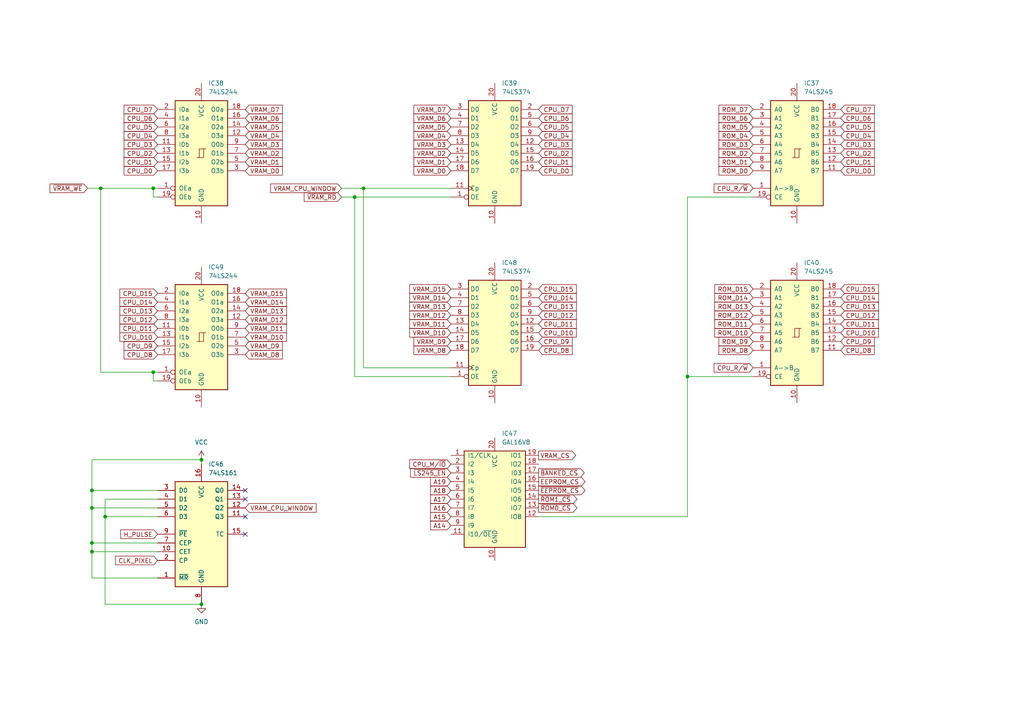
<source format=kicad_sch>
(kicad_sch (version 20230121) (generator eeschema)
  (paper "A4")
  (lib_symbols
    (symbol "74xx:74LS161" (pin_names (offset 1.016))
      (property "Reference" "U" (at -7.62 16.51 0))
      (property "Value" "74LS161" (at -7.62 -16.51 0))
      (symbol "74LS161_1_0"
        (pin input line (at -12.7 -12.7 0) (length 5.08) (name "~{MR}") (number "1"))
        (pin input line (at -12.7 -5.08 0) (length 5.08) (name "CET") (number "10"))
        (pin output line (at 12.7 5.08 180) (length 5.08) (name "Q3") (number "11"))
        (pin output line (at 12.7 7.62 180) (length 5.08) (name "Q2") (number "12"))
        (pin output line (at 12.7 10.16 180) (length 5.08) (name "Q1") (number "13"))
        (pin output line (at 12.7 12.7 180) (length 5.08) (name "Q0") (number "14"))
        (pin output line (at 12.7 0 180) (length 5.08) (name "TC") (number "15"))
        (pin power_in line (at 0 20.32 270) (length 5.08) (name "VCC") (number "16"))
        (pin input line (at -12.7 -7.62 0) (length 5.08) (name "CP") (number "2"))
        (pin input line (at -12.7 12.7 0) (length 5.08) (name "D0") (number "3"))
        (pin input line (at -12.7 10.16 0) (length 5.08) (name "D1") (number "4"))
        (pin input line (at -12.7 7.62 0) (length 5.08) (name "D2") (number "5"))
        (pin input line (at -12.7 5.08 0) (length 5.08) (name "D3") (number "6"))
        (pin input line (at -12.7 -2.54 0) (length 5.08) (name "CEP") (number "7"))
        (pin power_in line (at 0 -20.32 90) (length 5.08) (name "GND") (number "8"))
        (pin input line (at -12.7 0 0) (length 5.08) (name "~{PE}") (number "9"))
      )
      (symbol "74LS161_1_1"
        (rectangle (start -7.62 15.24) (end 7.62 -15.24) (stroke (width 0.254)) (fill (type background)))
      )
    )
    (symbol "74xx:74LS244" (pin_names (offset 1.016))
      (property "Reference" "U" (at -7.62 16.51 0))
      (property "Value" "74LS244" (at -7.62 -16.51 0))
      (symbol "74LS244_1_0"
        (polyline (pts (xy -0.635 -1.27) (xy -0.635 1.27) (xy 0.635 1.27)))
        (polyline (pts (xy -1.27 -1.27) (xy 0.635 -1.27) (xy 0.635 1.27) (xy 1.27 1.27)))
        (pin input inverted (at -12.7 -10.16 0) (length 5.08) (name "OEa") (number "1"))
        (pin power_in line (at 0 -20.32 90) (length 5.08) (name "GND") (number "10"))
        (pin input line (at -12.7 2.54 0) (length 5.08) (name "I0b") (number "11"))
        (pin tri_state line (at 12.7 5.08 180) (length 5.08) (name "O3a") (number "12"))
        (pin input line (at -12.7 0 0) (length 5.08) (name "I1b") (number "13"))
        (pin tri_state line (at 12.7 7.62 180) (length 5.08) (name "O2a") (number "14"))
        (pin input line (at -12.7 -2.54 0) (length 5.08) (name "I2b") (number "15"))
        (pin tri_state line (at 12.7 10.16 180) (length 5.08) (name "O1a") (number "16"))
        (pin input line (at -12.7 -5.08 0) (length 5.08) (name "I3b") (number "17"))
        (pin tri_state line (at 12.7 12.7 180) (length 5.08) (name "O0a") (number "18"))
        (pin input inverted (at -12.7 -12.7 0) (length 5.08) (name "OEb") (number "19"))
        (pin input line (at -12.7 12.7 0) (length 5.08) (name "I0a") (number "2"))
        (pin power_in line (at 0 20.32 270) (length 5.08) (name "VCC") (number "20"))
        (pin tri_state line (at 12.7 -5.08 180) (length 5.08) (name "O3b") (number "3"))
        (pin input line (at -12.7 10.16 0) (length 5.08) (name "I1a") (number "4"))
        (pin tri_state line (at 12.7 -2.54 180) (length 5.08) (name "O2b") (number "5"))
        (pin input line (at -12.7 7.62 0) (length 5.08) (name "I2a") (number "6"))
        (pin tri_state line (at 12.7 0 180) (length 5.08) (name "O1b") (number "7"))
        (pin input line (at -12.7 5.08 0) (length 5.08) (name "I3a") (number "8"))
        (pin tri_state line (at 12.7 2.54 180) (length 5.08) (name "O0b") (number "9"))
      )
      (symbol "74LS244_1_1"
        (rectangle (start -7.62 15.24) (end 7.62 -15.24) (stroke (width 0.254)) (fill (type background)))
      )
    )
    (symbol "74xx:74LS245" (pin_names (offset 1.016))
      (property "Reference" "U" (at -7.62 16.51 0))
      (property "Value" "74LS245" (at -7.62 -16.51 0))
      (symbol "74LS245_1_0"
        (polyline (pts (xy -0.635 -1.27) (xy -0.635 1.27) (xy 0.635 1.27)))
        (polyline (pts (xy -1.27 -1.27) (xy 0.635 -1.27) (xy 0.635 1.27) (xy 1.27 1.27)))
        (pin input line (at -12.7 -10.16 0) (length 5.08) (name "A->B") (number "1"))
        (pin power_in line (at 0 -20.32 90) (length 5.08) (name "GND") (number "10"))
        (pin tri_state line (at 12.7 -5.08 180) (length 5.08) (name "B7") (number "11"))
        (pin tri_state line (at 12.7 -2.54 180) (length 5.08) (name "B6") (number "12"))
        (pin tri_state line (at 12.7 0 180) (length 5.08) (name "B5") (number "13"))
        (pin tri_state line (at 12.7 2.54 180) (length 5.08) (name "B4") (number "14"))
        (pin tri_state line (at 12.7 5.08 180) (length 5.08) (name "B3") (number "15"))
        (pin tri_state line (at 12.7 7.62 180) (length 5.08) (name "B2") (number "16"))
        (pin tri_state line (at 12.7 10.16 180) (length 5.08) (name "B1") (number "17"))
        (pin tri_state line (at 12.7 12.7 180) (length 5.08) (name "B0") (number "18"))
        (pin input inverted (at -12.7 -12.7 0) (length 5.08) (name "CE") (number "19"))
        (pin tri_state line (at -12.7 12.7 0) (length 5.08) (name "A0") (number "2"))
        (pin power_in line (at 0 20.32 270) (length 5.08) (name "VCC") (number "20"))
        (pin tri_state line (at -12.7 10.16 0) (length 5.08) (name "A1") (number "3"))
        (pin tri_state line (at -12.7 7.62 0) (length 5.08) (name "A2") (number "4"))
        (pin tri_state line (at -12.7 5.08 0) (length 5.08) (name "A3") (number "5"))
        (pin tri_state line (at -12.7 2.54 0) (length 5.08) (name "A4") (number "6"))
        (pin tri_state line (at -12.7 0 0) (length 5.08) (name "A5") (number "7"))
        (pin tri_state line (at -12.7 -2.54 0) (length 5.08) (name "A6") (number "8"))
        (pin tri_state line (at -12.7 -5.08 0) (length 5.08) (name "A7") (number "9"))
      )
      (symbol "74LS245_1_1"
        (rectangle (start -7.62 15.24) (end 7.62 -15.24) (stroke (width 0.254)) (fill (type background)))
      )
    )
    (symbol "74xx:74LS374"
      (property "Reference" "U" (at -7.62 16.51 0))
      (property "Value" "74LS374" (at -7.62 -16.51 0))
      (symbol "74LS374_1_0"
        (pin input inverted (at -12.7 -12.7 0) (length 5.08) (name "OE") (number "1"))
        (pin power_in line (at 0 -20.32 90) (length 5.08) (name "GND") (number "10"))
        (pin input clock (at -12.7 -10.16 0) (length 5.08) (name "Cp") (number "11"))
        (pin tri_state line (at 12.7 2.54 180) (length 5.08) (name "O4") (number "12"))
        (pin input line (at -12.7 2.54 0) (length 5.08) (name "D4") (number "13"))
        (pin input line (at -12.7 0 0) (length 5.08) (name "D5") (number "14"))
        (pin tri_state line (at 12.7 0 180) (length 5.08) (name "O5") (number "15"))
        (pin tri_state line (at 12.7 -2.54 180) (length 5.08) (name "O6") (number "16"))
        (pin input line (at -12.7 -2.54 0) (length 5.08) (name "D6") (number "17"))
        (pin input line (at -12.7 -5.08 0) (length 5.08) (name "D7") (number "18"))
        (pin tri_state line (at 12.7 -5.08 180) (length 5.08) (name "O7") (number "19"))
        (pin tri_state line (at 12.7 12.7 180) (length 5.08) (name "O0") (number "2"))
        (pin power_in line (at 0 20.32 270) (length 5.08) (name "VCC") (number "20"))
        (pin input line (at -12.7 12.7 0) (length 5.08) (name "D0") (number "3"))
        (pin input line (at -12.7 10.16 0) (length 5.08) (name "D1") (number "4"))
        (pin tri_state line (at 12.7 10.16 180) (length 5.08) (name "O1") (number "5"))
        (pin tri_state line (at 12.7 7.62 180) (length 5.08) (name "O2") (number "6"))
        (pin input line (at -12.7 7.62 0) (length 5.08) (name "D2") (number "7"))
        (pin input line (at -12.7 5.08 0) (length 5.08) (name "D3") (number "8"))
        (pin tri_state line (at 12.7 5.08 180) (length 5.08) (name "O3") (number "9"))
      )
      (symbol "74LS374_1_1"
        (rectangle (start -7.62 15.24) (end 7.62 -15.24) (stroke (width 0.254)) (fill (type background)))
      )
    )
    (symbol "Logic_Programmable:GAL16V8" (pin_names (offset 1.016))
      (property "Reference" "U" (at -8.89 16.51 0))
      (property "Value" "GAL16V8" (at 1.27 16.51 0))
      (symbol "GAL16V8_0_0"
        (pin power_in line (at 0 -17.78 90) (length 3.81) (name "GND") (number "10"))
        (pin power_in line (at 0 17.78 270) (length 3.81) (name "VCC") (number "20"))
      )
      (symbol "GAL16V8_0_1"
        (rectangle (start -8.89 13.97) (end 8.89 -13.97) (stroke (width 0.254)) (fill (type background)))
      )
      (symbol "GAL16V8_1_1"
        (pin input line (at -12.7 12.7 0) (length 3.81) (name "I1/CLK") (number "1"))
        (pin input line (at -12.7 -10.16 0) (length 3.81) (name "I10/~{OE}") (number "11"))
        (pin tri_state line (at 12.7 -5.08 180) (length 3.81) (name "IO8") (number "12"))
        (pin tri_state line (at 12.7 -2.54 180) (length 3.81) (name "IO7") (number "13"))
        (pin tri_state line (at 12.7 0 180) (length 3.81) (name "IO6") (number "14"))
        (pin tri_state line (at 12.7 2.54 180) (length 3.81) (name "IO5") (number "15"))
        (pin tri_state line (at 12.7 5.08 180) (length 3.81) (name "IO4") (number "16"))
        (pin tri_state line (at 12.7 7.62 180) (length 3.81) (name "I03") (number "17"))
        (pin tri_state line (at 12.7 10.16 180) (length 3.81) (name "IO2") (number "18"))
        (pin tri_state line (at 12.7 12.7 180) (length 3.81) (name "IO1") (number "19"))
        (pin input line (at -12.7 10.16 0) (length 3.81) (name "I2") (number "2"))
        (pin input line (at -12.7 7.62 0) (length 3.81) (name "I3") (number "3"))
        (pin input line (at -12.7 5.08 0) (length 3.81) (name "I4") (number "4"))
        (pin input line (at -12.7 2.54 0) (length 3.81) (name "I5") (number "5"))
        (pin input line (at -12.7 0 0) (length 3.81) (name "I6") (number "6"))
        (pin input line (at -12.7 -2.54 0) (length 3.81) (name "I7") (number "7"))
        (pin input line (at -12.7 -5.08 0) (length 3.81) (name "I8") (number "8"))
        (pin input line (at -12.7 -7.62 0) (length 3.81) (name "I9") (number "9"))
      )
    )
    (symbol "power:GND" (power) (pin_names (offset 0))
      (property "Value" "GND" (at 0 -3.81 0))
      (symbol "GND_0_1"
        (polyline (pts (xy 0 0) (xy 0 -1.27) (xy 1.27 -1.27) (xy 0 -2.54) (xy -1.27 -1.27) (xy 0 -1.27)))
      )
      (symbol "GND_1_1"
        (pin power_in line (at 0 0 270) (length 0) hide (name "GND") (number "1"))
      )
    )
    (symbol "power:VCC" (power) (pin_names (offset 0))
      (property "Value" "VCC" (at 0 3.81 0))
      (symbol "VCC_0_1"
        (polyline (pts (xy -0.762 1.27) (xy 0 2.54)))
        (polyline (pts (xy 0 0) (xy 0 2.54)))
        (polyline (pts (xy 0 2.54) (xy 0.762 1.27)))
      )
      (symbol "VCC_1_1"
        (pin power_in line (at 0 0 90) (length 0) hide (name "VCC") (number "1"))
      )
    )
  )
  (junction (at 44.45 54.61))
  (junction (at 105.41 54.61))
  (junction (at 199.39 109.22))
  (junction (at 58.42 175.26))
  (junction (at 30.48 149.86))
  (junction (at 44.45 107.95))
  (junction (at 26.67 147.32))
  (junction (at 26.67 157.48))
  (junction (at 29.21 54.61))
  (junction (at 102.87 57.15))
  (junction (at 58.42 133.35))
  (junction (at 26.67 160.02))
  (junction (at 26.67 142.24))
  (no_connect (at 71.12 142.24))
  (no_connect (at 71.12 154.94))
  (no_connect (at 71.12 144.78))
  (no_connect (at 71.12 149.86))
  (wire (pts (xy 44.45 57.15) (xy 44.45 54.61)))
  (wire (pts (xy 99.06 54.61) (xy 105.41 54.61)))
  (wire (pts (xy 130.81 54.61) (xy 105.41 54.61)))
  (wire (pts (xy 45.72 110.49) (xy 44.45 110.49)))
  (wire (pts (xy 26.67 160.02) (xy 26.67 157.48)))
  (wire (pts (xy 99.06 57.15) (xy 102.87 57.15)))
  (wire (pts (xy 30.48 175.26) (xy 58.42 175.26)))
  (wire (pts (xy 29.21 107.95) (xy 29.21 54.61)))
  (wire (pts (xy 26.67 167.64) (xy 26.67 160.02)))
  (wire (pts (xy 26.67 147.32) (xy 45.72 147.32)))
  (wire (pts (xy 26.67 157.48) (xy 26.67 147.32)))
  (wire (pts (xy 199.39 57.15) (xy 199.39 109.22)))
  (wire (pts (xy 102.87 109.22) (xy 102.87 57.15)))
  (wire (pts (xy 45.72 107.95) (xy 44.45 107.95)))
  (wire (pts (xy 30.48 144.78) (xy 30.48 149.86)))
  (wire (pts (xy 25.4 54.61) (xy 29.21 54.61)))
  (wire (pts (xy 30.48 149.86) (xy 45.72 149.86)))
  (wire (pts (xy 26.67 142.24) (xy 45.72 142.24)))
  (wire (pts (xy 105.41 54.61) (xy 105.41 106.68)))
  (wire (pts (xy 58.42 134.62) (xy 58.42 133.35)))
  (wire (pts (xy 45.72 167.64) (xy 26.67 167.64)))
  (wire (pts (xy 102.87 57.15) (xy 130.81 57.15)))
  (wire (pts (xy 44.45 110.49) (xy 44.45 107.95)))
  (wire (pts (xy 30.48 149.86) (xy 30.48 175.26)))
  (wire (pts (xy 45.72 144.78) (xy 30.48 144.78)))
  (wire (pts (xy 26.67 157.48) (xy 45.72 157.48)))
  (wire (pts (xy 130.81 109.22) (xy 102.87 109.22)))
  (wire (pts (xy 44.45 54.61) (xy 45.72 54.61)))
  (wire (pts (xy 45.72 57.15) (xy 44.45 57.15)))
  (wire (pts (xy 58.42 133.35) (xy 26.67 133.35)))
  (wire (pts (xy 29.21 54.61) (xy 44.45 54.61)))
  (wire (pts (xy 26.67 160.02) (xy 45.72 160.02)))
  (wire (pts (xy 26.67 147.32) (xy 26.67 142.24)))
  (wire (pts (xy 156.21 149.86) (xy 199.39 149.86)))
  (wire (pts (xy 199.39 109.22) (xy 218.44 109.22)))
  (wire (pts (xy 26.67 133.35) (xy 26.67 142.24)))
  (wire (pts (xy 105.41 106.68) (xy 130.81 106.68)))
  (wire (pts (xy 199.39 109.22) (xy 199.39 149.86)))
  (wire (pts (xy 218.44 57.15) (xy 199.39 57.15)))
  (wire (pts (xy 44.45 107.95) (xy 29.21 107.95)))
  (global_label "ROM_D5" (shape input) (at 218.44 36.83 180) (property "Intersheetrefs" "${INTERSHEET_REFS}" (effects hide)))
  (global_label "~{VRAM_RD}" (shape input) (at 99.06 57.15 180) (property "Intersheetrefs" "${INTERSHEET_REFS}" (effects hide)))
  (global_label "ROM_D13" (shape input) (at 218.44 88.9 180) (property "Intersheetrefs" "${INTERSHEET_REFS}" (effects hide)))
  (global_label "A18" (shape input) (at 130.81 142.24 180) (property "Intersheetrefs" "${INTERSHEET_REFS}" (effects hide)))
  (global_label "CPU_R{slash}~{W}" (shape input) (at 218.44 106.68 180) (property "Intersheetrefs" "${INTERSHEET_REFS}" (effects hide)))
  (global_label "A17" (shape input) (at 130.81 144.78 180) (property "Intersheetrefs" "${INTERSHEET_REFS}" (effects hide)))
  (global_label "ROM_D0" (shape input) (at 218.44 49.53 180) (property "Intersheetrefs" "${INTERSHEET_REFS}" (effects hide)))
  (global_label "CPU_D9" (shape input) (at 156.21 99.06 0) (property "Intersheetrefs" "${INTERSHEET_REFS}" (effects hide)))
  (global_label "ROM_D12" (shape input) (at 218.44 91.44 180) (property "Intersheetrefs" "${INTERSHEET_REFS}" (effects hide)))
  (global_label "CPU_D14" (shape input) (at 45.72 87.63 180) (property "Intersheetrefs" "${INTERSHEET_REFS}" (effects hide)))
  (global_label "CPU_D15" (shape input) (at 156.21 83.82 0) (property "Intersheetrefs" "${INTERSHEET_REFS}" (effects hide)))
  (global_label "H_PULSE" (shape input) (at 45.72 154.94 180) (property "Intersheetrefs" "${INTERSHEET_REFS}" (effects hide)))
  (global_label "VRAM_D12" (shape input) (at 130.81 91.44 180) (property "Intersheetrefs" "${INTERSHEET_REFS}" (effects hide)))
  (global_label "ROM_D2" (shape input) (at 218.44 44.45 180) (property "Intersheetrefs" "${INTERSHEET_REFS}" (effects hide)))
  (global_label "CPU_D11" (shape input) (at 243.84 93.98 0) (property "Intersheetrefs" "${INTERSHEET_REFS}" (effects hide)))
  (global_label "A19" (shape input) (at 130.81 139.7 180) (property "Intersheetrefs" "${INTERSHEET_REFS}" (effects hide)))
  (global_label "VRAM_CPU_WINDOW" (shape input) (at 71.12 147.32 0) (property "Intersheetrefs" "${INTERSHEET_REFS}" (effects hide)))
  (global_label "VRAM_D0" (shape input) (at 71.12 49.53 0) (property "Intersheetrefs" "${INTERSHEET_REFS}" (effects hide)))
  (global_label "CPU_D7" (shape input) (at 243.84 31.75 0) (property "Intersheetrefs" "${INTERSHEET_REFS}" (effects hide)))
  (global_label "CPU_D11" (shape input) (at 45.72 95.25 180) (property "Intersheetrefs" "${INTERSHEET_REFS}" (effects hide)))
  (global_label "VRAM_D8" (shape input) (at 130.81 101.6 180) (property "Intersheetrefs" "${INTERSHEET_REFS}" (effects hide)))
  (global_label "~{ROM0_CS}" (shape output) (at 156.21 147.32 0) (property "Intersheetrefs" "${INTERSHEET_REFS}" (effects hide)))
  (global_label "VRAM_D7" (shape input) (at 130.81 31.75 180) (property "Intersheetrefs" "${INTERSHEET_REFS}" (effects hide)))
  (global_label "VRAM_D1" (shape input) (at 130.81 46.99 180) (property "Intersheetrefs" "${INTERSHEET_REFS}" (effects hide)))
  (global_label "CPU_D14" (shape input) (at 243.84 86.36 0) (property "Intersheetrefs" "${INTERSHEET_REFS}" (effects hide)))
  (global_label "CPU_D7" (shape input) (at 45.72 31.75 180) (property "Intersheetrefs" "${INTERSHEET_REFS}" (effects hide)))
  (global_label "VRAM_D6" (shape input) (at 71.12 34.29 0) (property "Intersheetrefs" "${INTERSHEET_REFS}" (effects hide)))
  (global_label "CPU_D4" (shape input) (at 45.72 39.37 180) (property "Intersheetrefs" "${INTERSHEET_REFS}" (effects hide)))
  (global_label "CPU_D1" (shape input) (at 45.72 46.99 180) (property "Intersheetrefs" "${INTERSHEET_REFS}" (effects hide)))
  (global_label "CPU_D8" (shape input) (at 243.84 101.6 0) (property "Intersheetrefs" "${INTERSHEET_REFS}" (effects hide)))
  (global_label "VRAM_CPU_WINDOW" (shape input) (at 99.06 54.61 180) (property "Intersheetrefs" "${INTERSHEET_REFS}" (effects hide)))
  (global_label "VRAM_D14" (shape input) (at 130.81 86.36 180) (property "Intersheetrefs" "${INTERSHEET_REFS}" (effects hide)))
  (global_label "CPU_D3" (shape input) (at 243.84 41.91 0) (property "Intersheetrefs" "${INTERSHEET_REFS}" (effects hide)))
  (global_label "VRAM_D9" (shape input) (at 130.81 99.06 180) (property "Intersheetrefs" "${INTERSHEET_REFS}" (effects hide)))
  (global_label "VRAM_D6" (shape input) (at 130.81 34.29 180) (property "Intersheetrefs" "${INTERSHEET_REFS}" (effects hide)))
  (global_label "ROM_D7" (shape input) (at 218.44 31.75 180) (property "Intersheetrefs" "${INTERSHEET_REFS}" (effects hide)))
  (global_label "VRAM_D15" (shape input) (at 130.81 83.82 180) (property "Intersheetrefs" "${INTERSHEET_REFS}" (effects hide)))
  (global_label "CPU_D13" (shape input) (at 243.84 88.9 0) (property "Intersheetrefs" "${INTERSHEET_REFS}" (effects hide)))
  (global_label "CPU_D6" (shape input) (at 156.21 34.29 0) (property "Intersheetrefs" "${INTERSHEET_REFS}" (effects hide)))
  (global_label "CPU_D2" (shape input) (at 243.84 44.45 0) (property "Intersheetrefs" "${INTERSHEET_REFS}" (effects hide)))
  (global_label "ROM_D1" (shape input) (at 218.44 46.99 180) (property "Intersheetrefs" "${INTERSHEET_REFS}" (effects hide)))
  (global_label "CPU_D3" (shape input) (at 156.21 41.91 0) (property "Intersheetrefs" "${INTERSHEET_REFS}" (effects hide)))
  (global_label "VRAM_D5" (shape input) (at 71.12 36.83 0) (property "Intersheetrefs" "${INTERSHEET_REFS}" (effects hide)))
  (global_label "CPU_D11" (shape input) (at 156.21 93.98 0) (property "Intersheetrefs" "${INTERSHEET_REFS}" (effects hide)))
  (global_label "VRAM_D12" (shape input) (at 71.12 92.71 0) (property "Intersheetrefs" "${INTERSHEET_REFS}" (effects hide)))
  (global_label "VRAM_D0" (shape input) (at 130.81 49.53 180) (property "Intersheetrefs" "${INTERSHEET_REFS}" (effects hide)))
  (global_label "CPU_D5" (shape input) (at 243.84 36.83 0) (property "Intersheetrefs" "${INTERSHEET_REFS}" (effects hide)))
  (global_label "~{EEPROM_CS}" (shape output) (at 156.21 142.24 0) (property "Intersheetrefs" "${INTERSHEET_REFS}" (effects hide)))
  (global_label "CPU_D0" (shape input) (at 243.84 49.53 0) (property "Intersheetrefs" "${INTERSHEET_REFS}" (effects hide)))
  (global_label "CPU_D15" (shape input) (at 45.72 85.09 180) (property "Intersheetrefs" "${INTERSHEET_REFS}" (effects hide)))
  (global_label "VRAM_D3" (shape input) (at 71.12 41.91 0) (property "Intersheetrefs" "${INTERSHEET_REFS}" (effects hide)))
  (global_label "CPU_D12" (shape input) (at 156.21 91.44 0) (property "Intersheetrefs" "${INTERSHEET_REFS}" (effects hide)))
  (global_label "CPU_D13" (shape input) (at 156.21 88.9 0) (property "Intersheetrefs" "${INTERSHEET_REFS}" (effects hide)))
  (global_label "VRAM_D5" (shape input) (at 130.81 36.83 180) (property "Intersheetrefs" "${INTERSHEET_REFS}" (effects hide)))
  (global_label "VRAM_D13" (shape input) (at 130.81 88.9 180) (property "Intersheetrefs" "${INTERSHEET_REFS}" (effects hide)))
  (global_label "VRAM_D10" (shape input) (at 71.12 97.79 0) (property "Intersheetrefs" "${INTERSHEET_REFS}" (effects hide)))
  (global_label "CPU_D0" (shape input) (at 45.72 49.53 180) (property "Intersheetrefs" "${INTERSHEET_REFS}" (effects hide)))
  (global_label "CPU_D1" (shape input) (at 243.84 46.99 0) (property "Intersheetrefs" "${INTERSHEET_REFS}" (effects hide)))
  (global_label "CLK_PIXEL" (shape input) (at 45.72 162.56 180) (property "Intersheetrefs" "${INTERSHEET_REFS}" (effects hide)))
  (global_label "ROM_D9" (shape input) (at 218.44 99.06 180) (property "Intersheetrefs" "${INTERSHEET_REFS}" (effects hide)))
  (global_label "CPU_D15" (shape input) (at 243.84 83.82 0) (property "Intersheetrefs" "${INTERSHEET_REFS}" (effects hide)))
  (global_label "VRAM_D15" (shape input) (at 71.12 85.09 0) (property "Intersheetrefs" "${INTERSHEET_REFS}" (effects hide)))
  (global_label "ROM_D3" (shape input) (at 218.44 41.91 180) (property "Intersheetrefs" "${INTERSHEET_REFS}" (effects hide)))
  (global_label "ROM_D8" (shape input) (at 218.44 101.6 180) (property "Intersheetrefs" "${INTERSHEET_REFS}" (effects hide)))
  (global_label "VRAM_D4" (shape input) (at 130.81 39.37 180) (property "Intersheetrefs" "${INTERSHEET_REFS}" (effects hide)))
  (global_label "VRAM_D8" (shape input) (at 71.12 102.87 0) (property "Intersheetrefs" "${INTERSHEET_REFS}" (effects hide)))
  (global_label "CPU_D14" (shape input) (at 156.21 86.36 0) (property "Intersheetrefs" "${INTERSHEET_REFS}" (effects hide)))
  (global_label "A14" (shape input) (at 130.81 152.4 180) (property "Intersheetrefs" "${INTERSHEET_REFS}" (effects hide)))
  (global_label "CPU_D9" (shape input) (at 45.72 100.33 180) (property "Intersheetrefs" "${INTERSHEET_REFS}" (effects hide)))
  (global_label "CPU_R{slash}~{W}" (shape input) (at 218.44 54.61 180) (property "Intersheetrefs" "${INTERSHEET_REFS}" (effects hide)))
  (global_label "A15" (shape input) (at 130.81 149.86 180) (property "Intersheetrefs" "${INTERSHEET_REFS}" (effects hide)))
  (global_label "VRAM_D1" (shape input) (at 71.12 46.99 0) (property "Intersheetrefs" "${INTERSHEET_REFS}" (effects hide)))
  (global_label "CPU_D12" (shape input) (at 243.84 91.44 0) (property "Intersheetrefs" "${INTERSHEET_REFS}" (effects hide)))
  (global_label "CPU_D12" (shape input) (at 45.72 92.71 180) (property "Intersheetrefs" "${INTERSHEET_REFS}" (effects hide)))
  (global_label "CPU_D4" (shape input) (at 243.84 39.37 0) (property "Intersheetrefs" "${INTERSHEET_REFS}" (effects hide)))
  (global_label "CPU_D2" (shape input) (at 156.21 44.45 0) (property "Intersheetrefs" "${INTERSHEET_REFS}" (effects hide)))
  (global_label "ROM_D14" (shape input) (at 218.44 86.36 180) (property "Intersheetrefs" "${INTERSHEET_REFS}" (effects hide)))
  (global_label "CPU_D13" (shape input) (at 45.72 90.17 180) (property "Intersheetrefs" "${INTERSHEET_REFS}" (effects hide)))
  (global_label "~{BANKED_CS}" (shape output) (at 156.21 137.16 0) (property "Intersheetrefs" "${INTERSHEET_REFS}" (effects hide)))
  (global_label "CPU_D1" (shape input) (at 156.21 46.99 0) (property "Intersheetrefs" "${INTERSHEET_REFS}" (effects hide)))
  (global_label "CPU_D10" (shape input) (at 156.21 96.52 0) (property "Intersheetrefs" "${INTERSHEET_REFS}" (effects hide)))
  (global_label "VRAM_D9" (shape input) (at 71.12 100.33 0) (property "Intersheetrefs" "${INTERSHEET_REFS}" (effects hide)))
  (global_label "VRAM_D3" (shape input) (at 130.81 41.91 180) (property "Intersheetrefs" "${INTERSHEET_REFS}" (effects hide)))
  (global_label "VRAM_D2" (shape input) (at 71.12 44.45 0) (property "Intersheetrefs" "${INTERSHEET_REFS}" (effects hide)))
  (global_label "VRAM_D7" (shape input) (at 71.12 31.75 0) (property "Intersheetrefs" "${INTERSHEET_REFS}" (effects hide)))
  (global_label "ROM_D11" (shape input) (at 218.44 93.98 180) (property "Intersheetrefs" "${INTERSHEET_REFS}" (effects hide)))
  (global_label "~{ROM1_CS}" (shape output) (at 156.21 144.78 0) (property "Intersheetrefs" "${INTERSHEET_REFS}" (effects hide)))
  (global_label "VRAM_D11" (shape input) (at 71.12 95.25 0) (property "Intersheetrefs" "${INTERSHEET_REFS}" (effects hide)))
  (global_label "CPU_D8" (shape input) (at 45.72 102.87 180) (property "Intersheetrefs" "${INTERSHEET_REFS}" (effects hide)))
  (global_label "CPU_D6" (shape input) (at 45.72 34.29 180) (property "Intersheetrefs" "${INTERSHEET_REFS}" (effects hide)))
  (global_label "VRAM_D14" (shape input) (at 71.12 87.63 0) (property "Intersheetrefs" "${INTERSHEET_REFS}" (effects hide)))
  (global_label "VRAM_D11" (shape input) (at 130.81 93.98 180) (property "Intersheetrefs" "${INTERSHEET_REFS}" (effects hide)))
  (global_label "CPU_D2" (shape input) (at 45.72 44.45 180) (property "Intersheetrefs" "${INTERSHEET_REFS}" (effects hide)))
  (global_label "CPU_D10" (shape input) (at 243.84 96.52 0) (property "Intersheetrefs" "${INTERSHEET_REFS}" (effects hide)))
  (global_label "CPU_D0" (shape input) (at 156.21 49.53 0) (property "Intersheetrefs" "${INTERSHEET_REFS}" (effects hide)))
  (global_label "~{VRAM_WE}" (shape input) (at 25.4 54.61 180) (property "Intersheetrefs" "${INTERSHEET_REFS}" (effects hide)))
  (global_label "CPU_D5" (shape input) (at 156.21 36.83 0) (property "Intersheetrefs" "${INTERSHEET_REFS}" (effects hide)))
  (global_label "CPU_D8" (shape input) (at 156.21 101.6 0) (property "Intersheetrefs" "${INTERSHEET_REFS}" (effects hide)))
  (global_label "CPU_D10" (shape input) (at 45.72 97.79 180) (property "Intersheetrefs" "${INTERSHEET_REFS}" (effects hide)))
  (global_label "EEPROM_CS" (shape output) (at 156.21 139.7 0) (property "Intersheetrefs" "${INTERSHEET_REFS}" (effects hide)))
  (global_label "VRAM_CS" (shape output) (at 156.21 132.08 0) (property "Intersheetrefs" "${INTERSHEET_REFS}" (effects hide)))
  (global_label "A16" (shape input) (at 130.81 147.32 180) (property "Intersheetrefs" "${INTERSHEET_REFS}" (effects hide)))
  (global_label "CPU_D3" (shape input) (at 45.72 41.91 180) (property "Intersheetrefs" "${INTERSHEET_REFS}" (effects hide)))
  (global_label "VRAM_D13" (shape input) (at 71.12 90.17 0) (property "Intersheetrefs" "${INTERSHEET_REFS}" (effects hide)))
  (global_label "CPU_D7" (shape input) (at 156.21 31.75 0) (property "Intersheetrefs" "${INTERSHEET_REFS}" (effects hide)))
  (global_label "ROM_D4" (shape input) (at 218.44 39.37 180) (property "Intersheetrefs" "${INTERSHEET_REFS}" (effects hide)))
  (global_label "VRAM_D4" (shape input) (at 71.12 39.37 0) (property "Intersheetrefs" "${INTERSHEET_REFS}" (effects hide)))
  (global_label "ROM_D15" (shape input) (at 218.44 83.82 180) (property "Intersheetrefs" "${INTERSHEET_REFS}" (effects hide)))
  (global_label "CPU_D5" (shape input) (at 45.72 36.83 180) (property "Intersheetrefs" "${INTERSHEET_REFS}" (effects hide)))
  (global_label "VRAM_D10" (shape input) (at 130.81 96.52 180) (property "Intersheetrefs" "${INTERSHEET_REFS}" (effects hide)))
  (global_label "~{LS245_EN}" (shape input) (at 130.81 137.16 180) (property "Intersheetrefs" "${INTERSHEET_REFS}" (effects hide)))
  (global_label "CPU_D4" (shape input) (at 156.21 39.37 0) (property "Intersheetrefs" "${INTERSHEET_REFS}" (effects hide)))
  (global_label "VRAM_D2" (shape input) (at 130.81 44.45 180) (property "Intersheetrefs" "${INTERSHEET_REFS}" (effects hide)))
  (global_label "ROM_D10" (shape input) (at 218.44 96.52 180) (property "Intersheetrefs" "${INTERSHEET_REFS}" (effects hide)))
  (global_label "CPU_M{slash}~{IO}" (shape input) (at 130.81 134.62 180) (property "Intersheetrefs" "${INTERSHEET_REFS}" (effects hide)))
  (global_label "CPU_D6" (shape input) (at 243.84 34.29 0) (property "Intersheetrefs" "${INTERSHEET_REFS}" (effects hide)))
  (global_label "ROM_D6" (shape input) (at 218.44 34.29 180) (property "Intersheetrefs" "${INTERSHEET_REFS}" (effects hide)))
  (global_label "CPU_D9" (shape input) (at 243.84 99.06 0) (property "Intersheetrefs" "${INTERSHEET_REFS}" (effects hide)))
  (symbol (lib_id "74xx:74LS245") (at 231.14 44.45 0) (unit 1)
    (property "Reference" "IC37" (at 233.1594 24.13 0) (effects (justify left)))
    (property "Value" "74LS245" (at 233.1594 26.67 0) (effects (justify left)))
    (property "Datasheet" "http://www.ti.com/lit/gpn/sn74LS245" (effects hide))
  )
  (symbol (lib_id "74xx:74LS245") (at 231.14 96.52 0) (unit 1)
    (property "Reference" "IC40" (at 233.1594 76.2 0) (effects (justify left)))
    (property "Value" "74LS245" (at 233.1594 78.74 0) (effects (justify left)))
    (property "Datasheet" "http://www.ti.com/lit/gpn/sn74LS245" (effects hide))
  )
  (symbol (lib_id "74xx:74LS244") (at 58.42 97.79 0) (unit 1)
    (property "Reference" "IC49" (at 60.4394 77.47 0) (effects (justify left)))
    (property "Value" "74LS244" (at 60.4394 80.01 0) (effects (justify left)))
    (property "Datasheet" "http://www.ti.com/lit/ds/symlink/sn74ls244.pdf" (effects hide))
  )
  (symbol (lib_id "power:VCC") (at 58.42 133.35 0) (unit 1)
    (property "Reference" "#PWR?" (effects hide))
    (property "Value" "VCC" (at 58.42 128.27 0))
  )
  (symbol (lib_id "Logic_Programmable:GAL16V8") (at 143.51 144.78 0) (unit 1)
    (property "Reference" "IC47" (at 145.5294 125.73 0) (effects (justify left)))
    (property "Value" "GAL16V8" (at 145.5294 128.27 0) (effects (justify left)))
  )
  (symbol (lib_id "power:GND") (at 58.42 175.26 0) (unit 1)
    (property "Reference" "#PWR?" (effects hide))
    (property "Value" "GND" (at 58.42 180.34 0))
  )
  (symbol (lib_id "74xx:74LS374") (at 143.51 96.52 0) (unit 1)
    (property "Reference" "IC48" (at 145.5294 76.2 0) (effects (justify left)))
    (property "Value" "74LS374" (at 145.5294 78.74 0) (effects (justify left)))
    (property "Datasheet" "http://www.ti.com/lit/gpn/sn74LS374" (effects hide))
  )
  (symbol (lib_id "74xx:74LS244") (at 58.42 44.45 0) (unit 1)
    (property "Reference" "IC38" (at 60.4394 24.13 0) (effects (justify left)))
    (property "Value" "74LS244" (at 60.4394 26.67 0) (effects (justify left)))
    (property "Datasheet" "http://www.ti.com/lit/ds/symlink/sn74ls244.pdf" (effects hide))
  )
  (symbol (lib_id "74xx:74LS374") (at 143.51 44.45 0) (unit 1)
    (property "Reference" "IC39" (at 145.5294 24.13 0) (effects (justify left)))
    (property "Value" "74LS374" (at 145.5294 26.67 0) (effects (justify left)))
    (property "Datasheet" "http://www.ti.com/lit/gpn/sn74LS374" (effects hide))
  )
  (symbol (lib_id "74xx:74LS161") (at 58.42 154.94 0) (unit 1)
    (property "Reference" "IC46" (at 60.4394 134.62 0) (effects (justify left)))
    (property "Value" "74LS161" (at 60.4394 137.16 0) (effects (justify left)))
    (property "Datasheet" "http://www.ti.com/lit/gpn/sn74LS161" (effects hide))
  )
)
</source>
